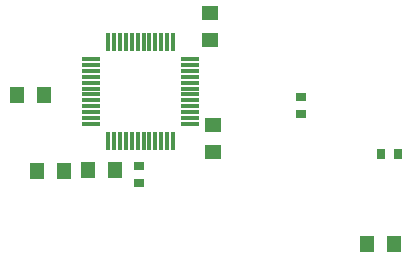
<source format=gbp>
G04*
G04 #@! TF.GenerationSoftware,Altium Limited,Altium Designer,23.2.1 (34)*
G04*
G04 Layer_Color=128*
%FSLAX44Y44*%
%MOMM*%
G71*
G04*
G04 #@! TF.SameCoordinates,6051E094-9B17-4579-A263-E95DDA6BD904*
G04*
G04*
G04 #@! TF.FilePolarity,Positive*
G04*
G01*
G75*
%ADD19R,1.2700X1.3970*%
%ADD21R,1.3970X1.2700*%
%ADD23R,0.9500X0.8000*%
%ADD25R,0.8000X0.9500*%
G04:AMPARAMS|DCode=67|XSize=0.28mm|YSize=1.56mm|CornerRadius=0.07mm|HoleSize=0mm|Usage=FLASHONLY|Rotation=0.000|XOffset=0mm|YOffset=0mm|HoleType=Round|Shape=RoundedRectangle|*
%AMROUNDEDRECTD67*
21,1,0.2800,1.4200,0,0,0.0*
21,1,0.1400,1.5600,0,0,0.0*
1,1,0.1400,0.0700,-0.7100*
1,1,0.1400,-0.0700,-0.7100*
1,1,0.1400,-0.0700,0.7100*
1,1,0.1400,0.0700,0.7100*
%
%ADD67ROUNDEDRECTD67*%
G04:AMPARAMS|DCode=68|XSize=0.28mm|YSize=1.56mm|CornerRadius=0.07mm|HoleSize=0mm|Usage=FLASHONLY|Rotation=270.000|XOffset=0mm|YOffset=0mm|HoleType=Round|Shape=RoundedRectangle|*
%AMROUNDEDRECTD68*
21,1,0.2800,1.4200,0,0,270.0*
21,1,0.1400,1.5600,0,0,270.0*
1,1,0.1400,-0.7100,-0.0700*
1,1,0.1400,-0.7100,0.0700*
1,1,0.1400,0.7100,0.0700*
1,1,0.1400,0.7100,-0.0700*
%
%ADD68ROUNDEDRECTD68*%
D19*
X592836Y423164D02*
D03*
X615696D02*
D03*
X871982Y361442D02*
D03*
X894842D02*
D03*
X658114Y423926D02*
D03*
X635254D02*
D03*
X598678Y486918D02*
D03*
X575818D02*
D03*
D21*
X739140Y533654D02*
D03*
Y556514D02*
D03*
X741426Y461518D02*
D03*
Y438658D02*
D03*
D23*
X815594Y471282D02*
D03*
Y485282D02*
D03*
X678942Y413116D02*
D03*
Y427116D02*
D03*
D25*
X897778Y437134D02*
D03*
X883778D02*
D03*
D67*
X652712Y448418D02*
D03*
X657712D02*
D03*
X652712Y532018D02*
D03*
X657712D02*
D03*
X662712D02*
D03*
X667712D02*
D03*
X672712D02*
D03*
X677712D02*
D03*
X682712D02*
D03*
X687712D02*
D03*
X692712D02*
D03*
X697712D02*
D03*
X702712D02*
D03*
X707712D02*
D03*
Y448418D02*
D03*
X702712D02*
D03*
X697712D02*
D03*
X692712D02*
D03*
X687712D02*
D03*
X682712D02*
D03*
X677712D02*
D03*
X672712D02*
D03*
X667712D02*
D03*
X662712D02*
D03*
D68*
X638412Y462718D02*
D03*
Y467718D02*
D03*
Y472718D02*
D03*
Y477718D02*
D03*
Y482718D02*
D03*
Y487718D02*
D03*
Y492718D02*
D03*
Y497718D02*
D03*
Y502718D02*
D03*
Y507718D02*
D03*
Y512718D02*
D03*
Y517718D02*
D03*
X722012D02*
D03*
Y512718D02*
D03*
Y507718D02*
D03*
Y502718D02*
D03*
Y497718D02*
D03*
Y492718D02*
D03*
Y487718D02*
D03*
Y482718D02*
D03*
Y477718D02*
D03*
Y472718D02*
D03*
Y467718D02*
D03*
Y462718D02*
D03*
M02*

</source>
